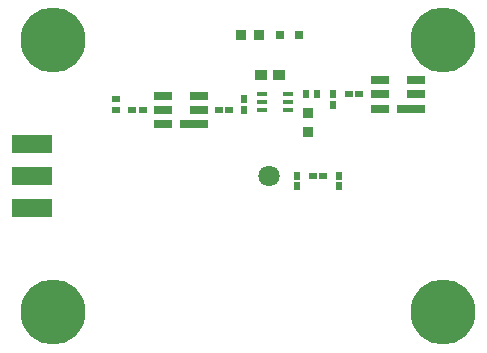
<source format=gbr>
G04*
G04 #@! TF.GenerationSoftware,Altium Limited,Altium Designer,24.9.1 (31)*
G04*
G04 Layer_Color=255*
%FSLAX25Y25*%
%MOIN*%
G70*
G04*
G04 #@! TF.SameCoordinates,21B9ACB0-0D47-4127-AC64-11D31CE697AE*
G04*
G04*
G04 #@! TF.FilePolarity,Positive*
G04*
G01*
G75*
%ADD15R,0.03347X0.01575*%
%ADD16R,0.03937X0.03740*%
%ADD17R,0.02008X0.02874*%
%ADD18R,0.02441X0.02598*%
%ADD19R,0.03150X0.03150*%
%ADD20R,0.02598X0.02441*%
%ADD21R,0.02874X0.02008*%
%ADD22R,0.03543X0.03347*%
%ADD23R,0.13780X0.05906*%
%ADD24R,0.06299X0.02559*%
%ADD25R,0.09252X0.02559*%
%ADD26R,0.03347X0.03543*%
%ADD45C,0.07087*%
%ADD46C,0.21654*%
D15*
X122726Y86327D02*
D03*
Y83768D02*
D03*
Y81209D02*
D03*
X131584Y86327D02*
D03*
Y83768D02*
D03*
Y81209D02*
D03*
D16*
X128543Y92913D02*
D03*
X122638D02*
D03*
D17*
X137428Y86327D02*
D03*
X141050D02*
D03*
D18*
X116902Y84673D02*
D03*
Y81209D02*
D03*
X146653Y82862D02*
D03*
Y86327D02*
D03*
X148442Y59161D02*
D03*
Y55697D02*
D03*
X134449Y59161D02*
D03*
Y55697D02*
D03*
D19*
X128855Y106102D02*
D03*
X135154D02*
D03*
D20*
X79665Y81209D02*
D03*
X83130D02*
D03*
X151828Y86327D02*
D03*
X155292D02*
D03*
X139803Y59161D02*
D03*
X143268D02*
D03*
X108504Y81209D02*
D03*
X111969D02*
D03*
D21*
X74213Y84831D02*
D03*
Y81209D02*
D03*
D22*
X138195Y73948D02*
D03*
Y80050D02*
D03*
D23*
X46260Y59055D02*
D03*
Y69685D02*
D03*
Y48425D02*
D03*
D24*
X101795Y81209D02*
D03*
Y85933D02*
D03*
X89787D02*
D03*
Y81209D02*
D03*
Y76484D02*
D03*
X174131Y86327D02*
D03*
Y91051D02*
D03*
X162123D02*
D03*
Y86327D02*
D03*
Y81602D02*
D03*
D25*
X100318Y76484D02*
D03*
X172654Y81602D02*
D03*
D26*
X121949Y106102D02*
D03*
X115847D02*
D03*
D45*
X125197Y59161D02*
D03*
D46*
X183071Y104331D02*
D03*
X53150Y13780D02*
D03*
X183071D02*
D03*
X53150Y104331D02*
D03*
M02*

</source>
